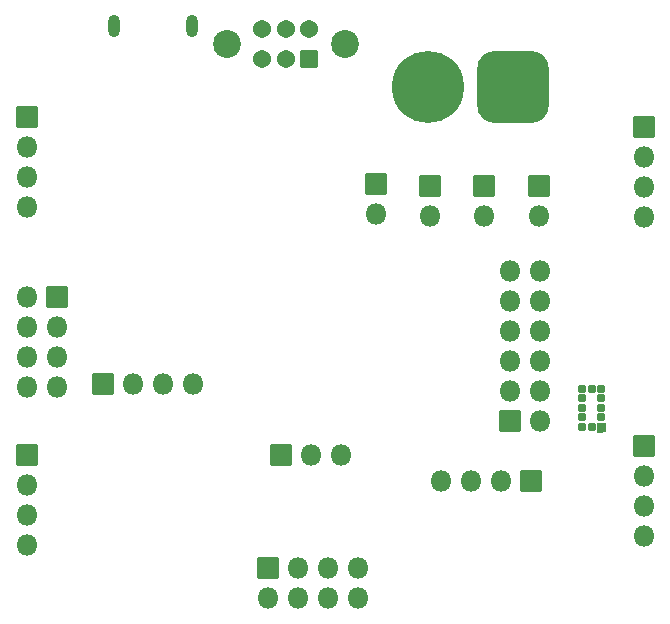
<source format=gbr>
%TF.GenerationSoftware,KiCad,Pcbnew,7.0.1*%
%TF.CreationDate,2023-05-22T19:39:57-04:00*%
%TF.ProjectId,Drone_PCB,44726f6e-655f-4504-9342-2e6b69636164,rev?*%
%TF.SameCoordinates,Original*%
%TF.FileFunction,Soldermask,Bot*%
%TF.FilePolarity,Negative*%
%FSLAX46Y46*%
G04 Gerber Fmt 4.6, Leading zero omitted, Abs format (unit mm)*
G04 Created by KiCad (PCBNEW 7.0.1) date 2023-05-22 19:39:57*
%MOMM*%
%LPD*%
G01*
G04 APERTURE LIST*
G04 Aperture macros list*
%AMRoundRect*
0 Rectangle with rounded corners*
0 $1 Rounding radius*
0 $2 $3 $4 $5 $6 $7 $8 $9 X,Y pos of 4 corners*
0 Add a 4 corners polygon primitive as box body*
4,1,4,$2,$3,$4,$5,$6,$7,$8,$9,$2,$3,0*
0 Add four circle primitives for the rounded corners*
1,1,$1+$1,$2,$3*
1,1,$1+$1,$4,$5*
1,1,$1+$1,$6,$7*
1,1,$1+$1,$8,$9*
0 Add four rect primitives between the rounded corners*
20,1,$1+$1,$2,$3,$4,$5,0*
20,1,$1+$1,$4,$5,$6,$7,0*
20,1,$1+$1,$6,$7,$8,$9,0*
20,1,$1+$1,$8,$9,$2,$3,0*%
G04 Aperture macros list end*
%ADD10C,0.010000*%
%ADD11RoundRect,1.551000X1.500000X1.500000X-1.500000X1.500000X-1.500000X-1.500000X1.500000X-1.500000X0*%
%ADD12C,6.102000*%
%ADD13RoundRect,0.051000X0.719000X0.719000X-0.719000X0.719000X-0.719000X-0.719000X0.719000X-0.719000X0*%
%ADD14C,1.540000*%
%ADD15C,2.367000*%
%ADD16RoundRect,0.051000X0.850000X0.850000X-0.850000X0.850000X-0.850000X-0.850000X0.850000X-0.850000X0*%
%ADD17O,1.802000X1.802000*%
%ADD18RoundRect,0.051000X0.850000X-0.850000X0.850000X0.850000X-0.850000X0.850000X-0.850000X-0.850000X0*%
%ADD19RoundRect,0.051000X-0.850000X-0.850000X0.850000X-0.850000X0.850000X0.850000X-0.850000X0.850000X0*%
%ADD20RoundRect,0.051000X-0.850000X0.850000X-0.850000X-0.850000X0.850000X-0.850000X0.850000X0.850000X0*%
%ADD21O,1.002000X1.902000*%
%ADD22RoundRect,0.051000X-0.250000X0.250000X-0.250000X-0.250000X0.250000X-0.250000X0.250000X0.250000X0*%
G04 APERTURE END LIST*
%TO.C,U6*%
D10*
X221150000Y-102550000D02*
X220900000Y-102550000D01*
X220900000Y-102630000D01*
X220450000Y-102630000D01*
X220450000Y-101850000D01*
X221150000Y-101850000D01*
X221150000Y-102550000D01*
G36*
X221150000Y-102550000D02*
G01*
X220900000Y-102550000D01*
X220900000Y-102630000D01*
X220450000Y-102630000D01*
X220450000Y-101850000D01*
X221150000Y-101850000D01*
X221150000Y-102550000D01*
G37*
%TD*%
D11*
%TO.C,J13*%
X213295000Y-73393900D03*
D12*
X206095000Y-73393900D03*
%TD*%
D13*
%TO.C,S1*%
X196095000Y-71043900D03*
D14*
X194095000Y-71043900D03*
X192095000Y-71043900D03*
X196095000Y-68543900D03*
X194095000Y-68543900D03*
X192095000Y-68543900D03*
D15*
X199095000Y-69793900D03*
X189095000Y-69793900D03*
%TD*%
D16*
%TO.C,J11*%
X213110000Y-101725000D03*
D17*
X215650000Y-101725000D03*
X213110000Y-99185000D03*
X215650000Y-99185000D03*
X213110000Y-96645000D03*
X215650000Y-96645000D03*
X213110000Y-94105000D03*
X215650000Y-94105000D03*
X213110000Y-91565000D03*
X215650000Y-91565000D03*
X213110000Y-89025000D03*
X215650000Y-89025000D03*
%TD*%
D18*
%TO.C,J5*%
X192600000Y-114200000D03*
D17*
X192600000Y-116740000D03*
X195140000Y-114200000D03*
X195140000Y-116740000D03*
X197680000Y-114200000D03*
X197680000Y-116740000D03*
X200220000Y-114200000D03*
X200220000Y-116740000D03*
%TD*%
D19*
%TO.C,J7*%
X172200000Y-104600000D03*
D17*
X172200000Y-107140000D03*
X172200000Y-109680000D03*
X172200000Y-112220000D03*
%TD*%
D19*
%TO.C,J9*%
X224400000Y-76800000D03*
D17*
X224400000Y-79340000D03*
X224400000Y-81880000D03*
X224400000Y-84420000D03*
%TD*%
D20*
%TO.C,J12*%
X214820000Y-106800000D03*
D17*
X212280000Y-106800000D03*
X209740000Y-106800000D03*
X207200000Y-106800000D03*
%TD*%
D19*
%TO.C,J8*%
X224400000Y-103860000D03*
D17*
X224400000Y-106400000D03*
X224400000Y-108940000D03*
X224400000Y-111480000D03*
%TD*%
D19*
%TO.C,J15*%
X206295000Y-81793900D03*
D17*
X206295000Y-84333900D03*
%TD*%
D18*
%TO.C,J10*%
X178600000Y-98600000D03*
D17*
X181140000Y-98600000D03*
X183680000Y-98600000D03*
X186220000Y-98600000D03*
%TD*%
D19*
%TO.C,J14*%
X201720000Y-81683900D03*
D17*
X201720000Y-84223900D03*
%TD*%
D19*
%TO.C,J4*%
X174690000Y-91200000D03*
D17*
X172150000Y-91200000D03*
X174690000Y-93740000D03*
X172150000Y-93740000D03*
X174690000Y-96280000D03*
X172150000Y-96280000D03*
X174690000Y-98820000D03*
X172150000Y-98820000D03*
%TD*%
D21*
%TO.C,J2*%
X186164000Y-68274900D03*
X179564000Y-68274900D03*
%TD*%
D18*
%TO.C,J3*%
X193720000Y-104600000D03*
D17*
X196260000Y-104600000D03*
X198800000Y-104600000D03*
%TD*%
D19*
%TO.C,J17*%
X215495000Y-81793900D03*
D17*
X215495000Y-84333900D03*
%TD*%
D19*
%TO.C,J16*%
X210895000Y-81793900D03*
D17*
X210895000Y-84333900D03*
%TD*%
D19*
%TO.C,J6*%
X172200000Y-76000000D03*
D17*
X172200000Y-78540000D03*
X172200000Y-81080000D03*
X172200000Y-83620000D03*
%TD*%
D22*
%TO.C,U6*%
X220000000Y-102200000D03*
X219200000Y-102200000D03*
X219200000Y-101400000D03*
X219200000Y-100600000D03*
X219200000Y-99800000D03*
X219200000Y-99000000D03*
X220000000Y-99000000D03*
X220800000Y-99000000D03*
X220800000Y-99800000D03*
X220800000Y-100600000D03*
X220800000Y-101400000D03*
%TD*%
M02*

</source>
